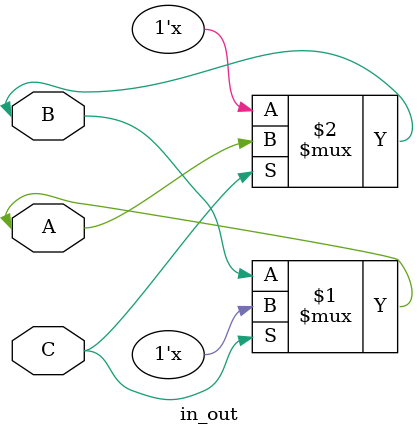
<source format=v>
`timescale 1ns / 1ps
module in_out(
    inout A,
    inout B,
    input C
    );
	assign A = C ? 1'bz : B ;
	assign B = C ? A : 1'bz ;

endmodule

</source>
